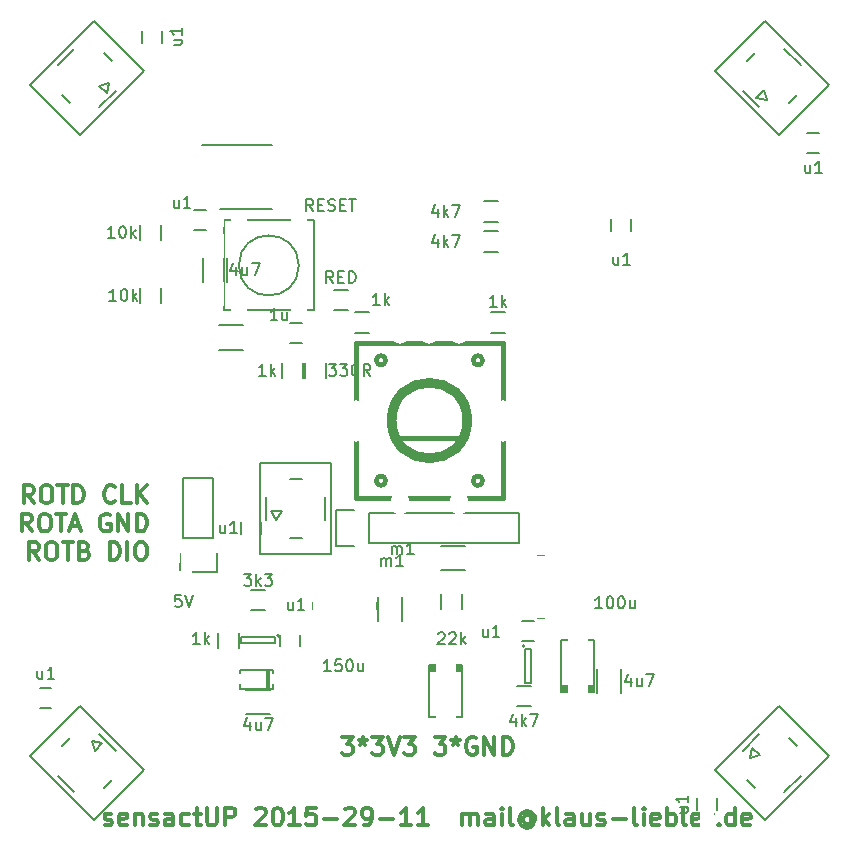
<source format=gto>
G04 #@! TF.FileFunction,Legend,Top*
%FSLAX46Y46*%
G04 Gerber Fmt 4.6, Leading zero omitted, Abs format (unit mm)*
G04 Created by KiCad (PCBNEW 4.0.0-stable) date 08.12.2015 15:00:05*
%MOMM*%
G01*
G04 APERTURE LIST*
%ADD10C,0.100000*%
%ADD11C,0.300000*%
%ADD12C,0.150000*%
%ADD13C,0.203200*%
%ADD14C,0.200000*%
%ADD15C,0.127000*%
%ADD16C,0.381000*%
%ADD17R,2.000000X1.700000*%
%ADD18R,2.032000X1.727200*%
%ADD19O,2.032000X1.727200*%
%ADD20R,1.250000X1.500000*%
%ADD21R,1.500000X1.250000*%
%ADD22R,1.300000X1.500000*%
%ADD23C,1.397000*%
%ADD24R,2.000000X1.600000*%
%ADD25R,1.400000X2.200000*%
%ADD26R,1.727200X1.727200*%
%ADD27O,1.727200X1.727200*%
%ADD28R,1.500000X1.300000*%
%ADD29C,1.600000*%
%ADD30R,1.600000X2.000000*%
%ADD31R,1.850900X0.850900*%
%ADD32R,2.000000X0.650000*%
%ADD33R,1.699260X2.800000*%
%ADD34R,1.501140X1.501140*%
%ADD35R,0.650000X1.500000*%
%ADD36R,5.200000X3.400000*%
%ADD37R,3.400000X5.200000*%
%ADD38R,2.032000X2.032000*%
%ADD39O,2.032000X2.032000*%
%ADD40O,1.501140X1.998980*%
%ADD41C,3.500120*%
%ADD42R,2.000000X0.350000*%
%ADD43R,2.235200X2.235200*%
%ADD44R,1.727200X2.032000*%
%ADD45O,1.727200X2.032000*%
G04 APERTURE END LIST*
D10*
D11*
X122502859Y-134211143D02*
X122645716Y-134282571D01*
X122931431Y-134282571D01*
X123074288Y-134211143D01*
X123145716Y-134068286D01*
X123145716Y-133996857D01*
X123074288Y-133854000D01*
X122931431Y-133782571D01*
X122717145Y-133782571D01*
X122574288Y-133711143D01*
X122502859Y-133568286D01*
X122502859Y-133496857D01*
X122574288Y-133354000D01*
X122717145Y-133282571D01*
X122931431Y-133282571D01*
X123074288Y-133354000D01*
X124360002Y-134211143D02*
X124217145Y-134282571D01*
X123931431Y-134282571D01*
X123788574Y-134211143D01*
X123717145Y-134068286D01*
X123717145Y-133496857D01*
X123788574Y-133354000D01*
X123931431Y-133282571D01*
X124217145Y-133282571D01*
X124360002Y-133354000D01*
X124431431Y-133496857D01*
X124431431Y-133639714D01*
X123717145Y-133782571D01*
X125074288Y-133282571D02*
X125074288Y-134282571D01*
X125074288Y-133425429D02*
X125145716Y-133354000D01*
X125288574Y-133282571D01*
X125502859Y-133282571D01*
X125645716Y-133354000D01*
X125717145Y-133496857D01*
X125717145Y-134282571D01*
X126360002Y-134211143D02*
X126502859Y-134282571D01*
X126788574Y-134282571D01*
X126931431Y-134211143D01*
X127002859Y-134068286D01*
X127002859Y-133996857D01*
X126931431Y-133854000D01*
X126788574Y-133782571D01*
X126574288Y-133782571D01*
X126431431Y-133711143D01*
X126360002Y-133568286D01*
X126360002Y-133496857D01*
X126431431Y-133354000D01*
X126574288Y-133282571D01*
X126788574Y-133282571D01*
X126931431Y-133354000D01*
X128288574Y-134282571D02*
X128288574Y-133496857D01*
X128217145Y-133354000D01*
X128074288Y-133282571D01*
X127788574Y-133282571D01*
X127645717Y-133354000D01*
X128288574Y-134211143D02*
X128145717Y-134282571D01*
X127788574Y-134282571D01*
X127645717Y-134211143D01*
X127574288Y-134068286D01*
X127574288Y-133925429D01*
X127645717Y-133782571D01*
X127788574Y-133711143D01*
X128145717Y-133711143D01*
X128288574Y-133639714D01*
X129645717Y-134211143D02*
X129502860Y-134282571D01*
X129217146Y-134282571D01*
X129074288Y-134211143D01*
X129002860Y-134139714D01*
X128931431Y-133996857D01*
X128931431Y-133568286D01*
X129002860Y-133425429D01*
X129074288Y-133354000D01*
X129217146Y-133282571D01*
X129502860Y-133282571D01*
X129645717Y-133354000D01*
X130074288Y-133282571D02*
X130645717Y-133282571D01*
X130288574Y-132782571D02*
X130288574Y-134068286D01*
X130360002Y-134211143D01*
X130502860Y-134282571D01*
X130645717Y-134282571D01*
X131145717Y-132782571D02*
X131145717Y-133996857D01*
X131217145Y-134139714D01*
X131288574Y-134211143D01*
X131431431Y-134282571D01*
X131717145Y-134282571D01*
X131860003Y-134211143D01*
X131931431Y-134139714D01*
X132002860Y-133996857D01*
X132002860Y-132782571D01*
X132717146Y-134282571D02*
X132717146Y-132782571D01*
X133288574Y-132782571D01*
X133431432Y-132854000D01*
X133502860Y-132925429D01*
X133574289Y-133068286D01*
X133574289Y-133282571D01*
X133502860Y-133425429D01*
X133431432Y-133496857D01*
X133288574Y-133568286D01*
X132717146Y-133568286D01*
X135288574Y-132925429D02*
X135360003Y-132854000D01*
X135502860Y-132782571D01*
X135860003Y-132782571D01*
X136002860Y-132854000D01*
X136074289Y-132925429D01*
X136145717Y-133068286D01*
X136145717Y-133211143D01*
X136074289Y-133425429D01*
X135217146Y-134282571D01*
X136145717Y-134282571D01*
X137074288Y-132782571D02*
X137217145Y-132782571D01*
X137360002Y-132854000D01*
X137431431Y-132925429D01*
X137502860Y-133068286D01*
X137574288Y-133354000D01*
X137574288Y-133711143D01*
X137502860Y-133996857D01*
X137431431Y-134139714D01*
X137360002Y-134211143D01*
X137217145Y-134282571D01*
X137074288Y-134282571D01*
X136931431Y-134211143D01*
X136860002Y-134139714D01*
X136788574Y-133996857D01*
X136717145Y-133711143D01*
X136717145Y-133354000D01*
X136788574Y-133068286D01*
X136860002Y-132925429D01*
X136931431Y-132854000D01*
X137074288Y-132782571D01*
X139002859Y-134282571D02*
X138145716Y-134282571D01*
X138574288Y-134282571D02*
X138574288Y-132782571D01*
X138431431Y-132996857D01*
X138288573Y-133139714D01*
X138145716Y-133211143D01*
X140360002Y-132782571D02*
X139645716Y-132782571D01*
X139574287Y-133496857D01*
X139645716Y-133425429D01*
X139788573Y-133354000D01*
X140145716Y-133354000D01*
X140288573Y-133425429D01*
X140360002Y-133496857D01*
X140431430Y-133639714D01*
X140431430Y-133996857D01*
X140360002Y-134139714D01*
X140288573Y-134211143D01*
X140145716Y-134282571D01*
X139788573Y-134282571D01*
X139645716Y-134211143D01*
X139574287Y-134139714D01*
X141074287Y-133711143D02*
X142217144Y-133711143D01*
X142860001Y-132925429D02*
X142931430Y-132854000D01*
X143074287Y-132782571D01*
X143431430Y-132782571D01*
X143574287Y-132854000D01*
X143645716Y-132925429D01*
X143717144Y-133068286D01*
X143717144Y-133211143D01*
X143645716Y-133425429D01*
X142788573Y-134282571D01*
X143717144Y-134282571D01*
X144431429Y-134282571D02*
X144717144Y-134282571D01*
X144860001Y-134211143D01*
X144931429Y-134139714D01*
X145074287Y-133925429D01*
X145145715Y-133639714D01*
X145145715Y-133068286D01*
X145074287Y-132925429D01*
X145002858Y-132854000D01*
X144860001Y-132782571D01*
X144574287Y-132782571D01*
X144431429Y-132854000D01*
X144360001Y-132925429D01*
X144288572Y-133068286D01*
X144288572Y-133425429D01*
X144360001Y-133568286D01*
X144431429Y-133639714D01*
X144574287Y-133711143D01*
X144860001Y-133711143D01*
X145002858Y-133639714D01*
X145074287Y-133568286D01*
X145145715Y-133425429D01*
X145788572Y-133711143D02*
X146931429Y-133711143D01*
X148431429Y-134282571D02*
X147574286Y-134282571D01*
X148002858Y-134282571D02*
X148002858Y-132782571D01*
X147860001Y-132996857D01*
X147717143Y-133139714D01*
X147574286Y-133211143D01*
X149860000Y-134282571D02*
X149002857Y-134282571D01*
X149431429Y-134282571D02*
X149431429Y-132782571D01*
X149288572Y-132996857D01*
X149145714Y-133139714D01*
X149002857Y-133211143D01*
X152788571Y-134282571D02*
X152788571Y-133282571D01*
X152788571Y-133425429D02*
X152859999Y-133354000D01*
X153002857Y-133282571D01*
X153217142Y-133282571D01*
X153359999Y-133354000D01*
X153431428Y-133496857D01*
X153431428Y-134282571D01*
X153431428Y-133496857D02*
X153502857Y-133354000D01*
X153645714Y-133282571D01*
X153859999Y-133282571D01*
X154002857Y-133354000D01*
X154074285Y-133496857D01*
X154074285Y-134282571D01*
X155431428Y-134282571D02*
X155431428Y-133496857D01*
X155359999Y-133354000D01*
X155217142Y-133282571D01*
X154931428Y-133282571D01*
X154788571Y-133354000D01*
X155431428Y-134211143D02*
X155288571Y-134282571D01*
X154931428Y-134282571D01*
X154788571Y-134211143D01*
X154717142Y-134068286D01*
X154717142Y-133925429D01*
X154788571Y-133782571D01*
X154931428Y-133711143D01*
X155288571Y-133711143D01*
X155431428Y-133639714D01*
X156145714Y-134282571D02*
X156145714Y-133282571D01*
X156145714Y-132782571D02*
X156074285Y-132854000D01*
X156145714Y-132925429D01*
X156217142Y-132854000D01*
X156145714Y-132782571D01*
X156145714Y-132925429D01*
X157074286Y-134282571D02*
X156931428Y-134211143D01*
X156860000Y-134068286D01*
X156860000Y-132782571D01*
X158574285Y-133568286D02*
X158502857Y-133496857D01*
X158360000Y-133425429D01*
X158217142Y-133425429D01*
X158074285Y-133496857D01*
X158002857Y-133568286D01*
X157931428Y-133711143D01*
X157931428Y-133854000D01*
X158002857Y-133996857D01*
X158074285Y-134068286D01*
X158217142Y-134139714D01*
X158360000Y-134139714D01*
X158502857Y-134068286D01*
X158574285Y-133996857D01*
X158574285Y-133425429D02*
X158574285Y-133996857D01*
X158645714Y-134068286D01*
X158717142Y-134068286D01*
X158860000Y-133996857D01*
X158931428Y-133854000D01*
X158931428Y-133496857D01*
X158788571Y-133282571D01*
X158574285Y-133139714D01*
X158288571Y-133068286D01*
X158002857Y-133139714D01*
X157788571Y-133282571D01*
X157645714Y-133496857D01*
X157574285Y-133782571D01*
X157645714Y-134068286D01*
X157788571Y-134282571D01*
X158002857Y-134425429D01*
X158288571Y-134496857D01*
X158574285Y-134425429D01*
X158788571Y-134282571D01*
X159574285Y-134282571D02*
X159574285Y-132782571D01*
X159717142Y-133711143D02*
X160145713Y-134282571D01*
X160145713Y-133282571D02*
X159574285Y-133854000D01*
X161002857Y-134282571D02*
X160859999Y-134211143D01*
X160788571Y-134068286D01*
X160788571Y-132782571D01*
X162217142Y-134282571D02*
X162217142Y-133496857D01*
X162145713Y-133354000D01*
X162002856Y-133282571D01*
X161717142Y-133282571D01*
X161574285Y-133354000D01*
X162217142Y-134211143D02*
X162074285Y-134282571D01*
X161717142Y-134282571D01*
X161574285Y-134211143D01*
X161502856Y-134068286D01*
X161502856Y-133925429D01*
X161574285Y-133782571D01*
X161717142Y-133711143D01*
X162074285Y-133711143D01*
X162217142Y-133639714D01*
X163574285Y-133282571D02*
X163574285Y-134282571D01*
X162931428Y-133282571D02*
X162931428Y-134068286D01*
X163002856Y-134211143D01*
X163145714Y-134282571D01*
X163359999Y-134282571D01*
X163502856Y-134211143D01*
X163574285Y-134139714D01*
X164217142Y-134211143D02*
X164359999Y-134282571D01*
X164645714Y-134282571D01*
X164788571Y-134211143D01*
X164859999Y-134068286D01*
X164859999Y-133996857D01*
X164788571Y-133854000D01*
X164645714Y-133782571D01*
X164431428Y-133782571D01*
X164288571Y-133711143D01*
X164217142Y-133568286D01*
X164217142Y-133496857D01*
X164288571Y-133354000D01*
X164431428Y-133282571D01*
X164645714Y-133282571D01*
X164788571Y-133354000D01*
X165502857Y-133711143D02*
X166645714Y-133711143D01*
X167574286Y-134282571D02*
X167431428Y-134211143D01*
X167360000Y-134068286D01*
X167360000Y-132782571D01*
X168145714Y-134282571D02*
X168145714Y-133282571D01*
X168145714Y-132782571D02*
X168074285Y-132854000D01*
X168145714Y-132925429D01*
X168217142Y-132854000D01*
X168145714Y-132782571D01*
X168145714Y-132925429D01*
X169431428Y-134211143D02*
X169288571Y-134282571D01*
X169002857Y-134282571D01*
X168860000Y-134211143D01*
X168788571Y-134068286D01*
X168788571Y-133496857D01*
X168860000Y-133354000D01*
X169002857Y-133282571D01*
X169288571Y-133282571D01*
X169431428Y-133354000D01*
X169502857Y-133496857D01*
X169502857Y-133639714D01*
X168788571Y-133782571D01*
X170145714Y-134282571D02*
X170145714Y-132782571D01*
X170145714Y-133354000D02*
X170288571Y-133282571D01*
X170574285Y-133282571D01*
X170717142Y-133354000D01*
X170788571Y-133425429D01*
X170860000Y-133568286D01*
X170860000Y-133996857D01*
X170788571Y-134139714D01*
X170717142Y-134211143D01*
X170574285Y-134282571D01*
X170288571Y-134282571D01*
X170145714Y-134211143D01*
X171717143Y-134282571D02*
X171574285Y-134211143D01*
X171502857Y-134068286D01*
X171502857Y-132782571D01*
X172859999Y-134211143D02*
X172717142Y-134282571D01*
X172431428Y-134282571D01*
X172288571Y-134211143D01*
X172217142Y-134068286D01*
X172217142Y-133496857D01*
X172288571Y-133354000D01*
X172431428Y-133282571D01*
X172717142Y-133282571D01*
X172859999Y-133354000D01*
X172931428Y-133496857D01*
X172931428Y-133639714D01*
X172217142Y-133782571D01*
X173574285Y-134282571D02*
X173574285Y-133282571D01*
X173574285Y-133568286D02*
X173645713Y-133425429D01*
X173717142Y-133354000D01*
X173859999Y-133282571D01*
X174002856Y-133282571D01*
X174502856Y-134139714D02*
X174574284Y-134211143D01*
X174502856Y-134282571D01*
X174431427Y-134211143D01*
X174502856Y-134139714D01*
X174502856Y-134282571D01*
X175859999Y-134282571D02*
X175859999Y-132782571D01*
X175859999Y-134211143D02*
X175717142Y-134282571D01*
X175431428Y-134282571D01*
X175288570Y-134211143D01*
X175217142Y-134139714D01*
X175145713Y-133996857D01*
X175145713Y-133568286D01*
X175217142Y-133425429D01*
X175288570Y-133354000D01*
X175431428Y-133282571D01*
X175717142Y-133282571D01*
X175859999Y-133354000D01*
X177145713Y-134211143D02*
X177002856Y-134282571D01*
X176717142Y-134282571D01*
X176574285Y-134211143D01*
X176502856Y-134068286D01*
X176502856Y-133496857D01*
X176574285Y-133354000D01*
X176717142Y-133282571D01*
X177002856Y-133282571D01*
X177145713Y-133354000D01*
X177217142Y-133496857D01*
X177217142Y-133639714D01*
X176502856Y-133782571D01*
X142574287Y-126813571D02*
X143502858Y-126813571D01*
X143002858Y-127385000D01*
X143217144Y-127385000D01*
X143360001Y-127456429D01*
X143431430Y-127527857D01*
X143502858Y-127670714D01*
X143502858Y-128027857D01*
X143431430Y-128170714D01*
X143360001Y-128242143D01*
X143217144Y-128313571D01*
X142788572Y-128313571D01*
X142645715Y-128242143D01*
X142574287Y-128170714D01*
X144360001Y-126813571D02*
X144360001Y-127170714D01*
X144002858Y-127027857D02*
X144360001Y-127170714D01*
X144717143Y-127027857D01*
X144145715Y-127456429D02*
X144360001Y-127170714D01*
X144574286Y-127456429D01*
X145145715Y-126813571D02*
X146074286Y-126813571D01*
X145574286Y-127385000D01*
X145788572Y-127385000D01*
X145931429Y-127456429D01*
X146002858Y-127527857D01*
X146074286Y-127670714D01*
X146074286Y-128027857D01*
X146002858Y-128170714D01*
X145931429Y-128242143D01*
X145788572Y-128313571D01*
X145360000Y-128313571D01*
X145217143Y-128242143D01*
X145145715Y-128170714D01*
X146502857Y-126813571D02*
X147002857Y-128313571D01*
X147502857Y-126813571D01*
X147860000Y-126813571D02*
X148788571Y-126813571D01*
X148288571Y-127385000D01*
X148502857Y-127385000D01*
X148645714Y-127456429D01*
X148717143Y-127527857D01*
X148788571Y-127670714D01*
X148788571Y-128027857D01*
X148717143Y-128170714D01*
X148645714Y-128242143D01*
X148502857Y-128313571D01*
X148074285Y-128313571D01*
X147931428Y-128242143D01*
X147860000Y-128170714D01*
X150431428Y-126813571D02*
X151359999Y-126813571D01*
X150859999Y-127385000D01*
X151074285Y-127385000D01*
X151217142Y-127456429D01*
X151288571Y-127527857D01*
X151359999Y-127670714D01*
X151359999Y-128027857D01*
X151288571Y-128170714D01*
X151217142Y-128242143D01*
X151074285Y-128313571D01*
X150645713Y-128313571D01*
X150502856Y-128242143D01*
X150431428Y-128170714D01*
X152217142Y-126813571D02*
X152217142Y-127170714D01*
X151859999Y-127027857D02*
X152217142Y-127170714D01*
X152574284Y-127027857D01*
X152002856Y-127456429D02*
X152217142Y-127170714D01*
X152431427Y-127456429D01*
X153931427Y-126885000D02*
X153788570Y-126813571D01*
X153574284Y-126813571D01*
X153359999Y-126885000D01*
X153217141Y-127027857D01*
X153145713Y-127170714D01*
X153074284Y-127456429D01*
X153074284Y-127670714D01*
X153145713Y-127956429D01*
X153217141Y-128099286D01*
X153359999Y-128242143D01*
X153574284Y-128313571D01*
X153717141Y-128313571D01*
X153931427Y-128242143D01*
X154002856Y-128170714D01*
X154002856Y-127670714D01*
X153717141Y-127670714D01*
X154645713Y-128313571D02*
X154645713Y-126813571D01*
X155502856Y-128313571D01*
X155502856Y-126813571D01*
X156217142Y-128313571D02*
X156217142Y-126813571D01*
X156574285Y-126813571D01*
X156788570Y-126885000D01*
X156931428Y-127027857D01*
X157002856Y-127170714D01*
X157074285Y-127456429D01*
X157074285Y-127670714D01*
X157002856Y-127956429D01*
X156931428Y-128099286D01*
X156788570Y-128242143D01*
X156574285Y-128313571D01*
X156217142Y-128313571D01*
X116507857Y-106990571D02*
X116007857Y-106276286D01*
X115650714Y-106990571D02*
X115650714Y-105490571D01*
X116222142Y-105490571D01*
X116365000Y-105562000D01*
X116436428Y-105633429D01*
X116507857Y-105776286D01*
X116507857Y-105990571D01*
X116436428Y-106133429D01*
X116365000Y-106204857D01*
X116222142Y-106276286D01*
X115650714Y-106276286D01*
X117436428Y-105490571D02*
X117722142Y-105490571D01*
X117865000Y-105562000D01*
X118007857Y-105704857D01*
X118079285Y-105990571D01*
X118079285Y-106490571D01*
X118007857Y-106776286D01*
X117865000Y-106919143D01*
X117722142Y-106990571D01*
X117436428Y-106990571D01*
X117293571Y-106919143D01*
X117150714Y-106776286D01*
X117079285Y-106490571D01*
X117079285Y-105990571D01*
X117150714Y-105704857D01*
X117293571Y-105562000D01*
X117436428Y-105490571D01*
X118507857Y-105490571D02*
X119365000Y-105490571D01*
X118936429Y-106990571D02*
X118936429Y-105490571D01*
X119865000Y-106990571D02*
X119865000Y-105490571D01*
X120222143Y-105490571D01*
X120436428Y-105562000D01*
X120579286Y-105704857D01*
X120650714Y-105847714D01*
X120722143Y-106133429D01*
X120722143Y-106347714D01*
X120650714Y-106633429D01*
X120579286Y-106776286D01*
X120436428Y-106919143D01*
X120222143Y-106990571D01*
X119865000Y-106990571D01*
X123365000Y-106847714D02*
X123293571Y-106919143D01*
X123079285Y-106990571D01*
X122936428Y-106990571D01*
X122722143Y-106919143D01*
X122579285Y-106776286D01*
X122507857Y-106633429D01*
X122436428Y-106347714D01*
X122436428Y-106133429D01*
X122507857Y-105847714D01*
X122579285Y-105704857D01*
X122722143Y-105562000D01*
X122936428Y-105490571D01*
X123079285Y-105490571D01*
X123293571Y-105562000D01*
X123365000Y-105633429D01*
X124722143Y-106990571D02*
X124007857Y-106990571D01*
X124007857Y-105490571D01*
X125222143Y-106990571D02*
X125222143Y-105490571D01*
X126079286Y-106990571D02*
X125436429Y-106133429D01*
X126079286Y-105490571D02*
X125222143Y-106347714D01*
X116365000Y-109390571D02*
X115865000Y-108676286D01*
X115507857Y-109390571D02*
X115507857Y-107890571D01*
X116079285Y-107890571D01*
X116222143Y-107962000D01*
X116293571Y-108033429D01*
X116365000Y-108176286D01*
X116365000Y-108390571D01*
X116293571Y-108533429D01*
X116222143Y-108604857D01*
X116079285Y-108676286D01*
X115507857Y-108676286D01*
X117293571Y-107890571D02*
X117579285Y-107890571D01*
X117722143Y-107962000D01*
X117865000Y-108104857D01*
X117936428Y-108390571D01*
X117936428Y-108890571D01*
X117865000Y-109176286D01*
X117722143Y-109319143D01*
X117579285Y-109390571D01*
X117293571Y-109390571D01*
X117150714Y-109319143D01*
X117007857Y-109176286D01*
X116936428Y-108890571D01*
X116936428Y-108390571D01*
X117007857Y-108104857D01*
X117150714Y-107962000D01*
X117293571Y-107890571D01*
X118365000Y-107890571D02*
X119222143Y-107890571D01*
X118793572Y-109390571D02*
X118793572Y-107890571D01*
X119650714Y-108962000D02*
X120365000Y-108962000D01*
X119507857Y-109390571D02*
X120007857Y-107890571D01*
X120507857Y-109390571D01*
X122936428Y-107962000D02*
X122793571Y-107890571D01*
X122579285Y-107890571D01*
X122365000Y-107962000D01*
X122222142Y-108104857D01*
X122150714Y-108247714D01*
X122079285Y-108533429D01*
X122079285Y-108747714D01*
X122150714Y-109033429D01*
X122222142Y-109176286D01*
X122365000Y-109319143D01*
X122579285Y-109390571D01*
X122722142Y-109390571D01*
X122936428Y-109319143D01*
X123007857Y-109247714D01*
X123007857Y-108747714D01*
X122722142Y-108747714D01*
X123650714Y-109390571D02*
X123650714Y-107890571D01*
X124507857Y-109390571D01*
X124507857Y-107890571D01*
X125222143Y-109390571D02*
X125222143Y-107890571D01*
X125579286Y-107890571D01*
X125793571Y-107962000D01*
X125936429Y-108104857D01*
X126007857Y-108247714D01*
X126079286Y-108533429D01*
X126079286Y-108747714D01*
X126007857Y-109033429D01*
X125936429Y-109176286D01*
X125793571Y-109319143D01*
X125579286Y-109390571D01*
X125222143Y-109390571D01*
X116936428Y-111790571D02*
X116436428Y-111076286D01*
X116079285Y-111790571D02*
X116079285Y-110290571D01*
X116650713Y-110290571D01*
X116793571Y-110362000D01*
X116864999Y-110433429D01*
X116936428Y-110576286D01*
X116936428Y-110790571D01*
X116864999Y-110933429D01*
X116793571Y-111004857D01*
X116650713Y-111076286D01*
X116079285Y-111076286D01*
X117864999Y-110290571D02*
X118150713Y-110290571D01*
X118293571Y-110362000D01*
X118436428Y-110504857D01*
X118507856Y-110790571D01*
X118507856Y-111290571D01*
X118436428Y-111576286D01*
X118293571Y-111719143D01*
X118150713Y-111790571D01*
X117864999Y-111790571D01*
X117722142Y-111719143D01*
X117579285Y-111576286D01*
X117507856Y-111290571D01*
X117507856Y-110790571D01*
X117579285Y-110504857D01*
X117722142Y-110362000D01*
X117864999Y-110290571D01*
X118936428Y-110290571D02*
X119793571Y-110290571D01*
X119365000Y-111790571D02*
X119365000Y-110290571D01*
X120793571Y-111004857D02*
X121007857Y-111076286D01*
X121079285Y-111147714D01*
X121150714Y-111290571D01*
X121150714Y-111504857D01*
X121079285Y-111647714D01*
X121007857Y-111719143D01*
X120864999Y-111790571D01*
X120293571Y-111790571D01*
X120293571Y-110290571D01*
X120793571Y-110290571D01*
X120936428Y-110362000D01*
X121007857Y-110433429D01*
X121079285Y-110576286D01*
X121079285Y-110719143D01*
X121007857Y-110862000D01*
X120936428Y-110933429D01*
X120793571Y-111004857D01*
X120293571Y-111004857D01*
X122936428Y-111790571D02*
X122936428Y-110290571D01*
X123293571Y-110290571D01*
X123507856Y-110362000D01*
X123650714Y-110504857D01*
X123722142Y-110647714D01*
X123793571Y-110933429D01*
X123793571Y-111147714D01*
X123722142Y-111433429D01*
X123650714Y-111576286D01*
X123507856Y-111719143D01*
X123293571Y-111790571D01*
X122936428Y-111790571D01*
X124436428Y-111790571D02*
X124436428Y-110290571D01*
X125436428Y-110290571D02*
X125722142Y-110290571D01*
X125865000Y-110362000D01*
X126007857Y-110504857D01*
X126079285Y-110790571D01*
X126079285Y-111290571D01*
X126007857Y-111576286D01*
X125865000Y-111719143D01*
X125722142Y-111790571D01*
X125436428Y-111790571D01*
X125293571Y-111719143D01*
X125150714Y-111576286D01*
X125079285Y-111290571D01*
X125079285Y-110790571D01*
X125150714Y-110504857D01*
X125293571Y-110362000D01*
X125436428Y-110290571D01*
D12*
X134223000Y-94039000D02*
X132223000Y-94039000D01*
X132223000Y-91889000D02*
X134223000Y-91889000D01*
X131699000Y-109982000D02*
X131699000Y-104902000D01*
X131699000Y-104902000D02*
X129159000Y-104902000D01*
X129159000Y-104902000D02*
X129159000Y-109982000D01*
X128879000Y-112802000D02*
X128879000Y-111252000D01*
X129159000Y-109982000D02*
X131699000Y-109982000D01*
X131979000Y-111252000D02*
X131979000Y-112802000D01*
X131979000Y-112802000D02*
X128879000Y-112802000D01*
X167093000Y-83939000D02*
X167093000Y-82939000D01*
X165393000Y-82939000D02*
X165393000Y-83939000D01*
X183000000Y-75650000D02*
X182000000Y-75650000D01*
X182000000Y-77350000D02*
X183000000Y-77350000D01*
X174350000Y-133000000D02*
X174350000Y-132000000D01*
X172650000Y-132000000D02*
X172650000Y-133000000D01*
X127240000Y-83474000D02*
X127240000Y-84674000D01*
X125490000Y-84674000D02*
X125490000Y-83474000D01*
X138938000Y-86868000D02*
G75*
G03X138938000Y-86868000I-2540000J0D01*
G01*
X140208000Y-83058000D02*
X140208000Y-90678000D01*
X140208000Y-90678000D02*
X132588000Y-90678000D01*
X132588000Y-90678000D02*
X132588000Y-83058000D01*
X140208000Y-83058000D02*
X132588000Y-83058000D01*
X139184000Y-91733000D02*
X138184000Y-91733000D01*
X138184000Y-93433000D02*
X139184000Y-93433000D01*
X130056000Y-83908000D02*
X131056000Y-83908000D01*
X131056000Y-82208000D02*
X130056000Y-82208000D01*
X134509000Y-124850000D02*
X136509000Y-124850000D01*
X136509000Y-122800000D02*
X134509000Y-122800000D01*
X125650000Y-67000000D02*
X125650000Y-68000000D01*
X127350000Y-68000000D02*
X127350000Y-67000000D01*
X134024000Y-108593000D02*
X134024000Y-109593000D01*
X135724000Y-109593000D02*
X135724000Y-108593000D01*
X117000000Y-124350000D02*
X118000000Y-124350000D01*
X118000000Y-122650000D02*
X117000000Y-122650000D01*
D13*
X137034000Y-108442000D02*
X137484000Y-107692000D01*
X137484000Y-107692000D02*
X136584000Y-107692000D01*
X136584000Y-107692000D02*
X137034000Y-108442000D01*
X141184000Y-108442000D02*
X141184000Y-106442000D01*
X139184000Y-104942000D02*
X138184000Y-104942000D01*
X136184000Y-108442000D02*
X136184000Y-106442000D01*
X139184000Y-109942000D02*
X138184000Y-109942000D01*
D14*
X141684000Y-103592000D02*
X141684000Y-111292000D01*
X135684000Y-103592000D02*
X141684000Y-103592000D01*
X141684000Y-111292000D02*
X135684000Y-111292000D01*
X135684000Y-111292000D02*
X135684000Y-103592000D01*
D13*
X121459619Y-127126167D02*
X121671751Y-127974695D01*
X121671751Y-127974695D02*
X122308148Y-127338299D01*
X122308148Y-127338299D02*
X121459619Y-127126167D01*
X118525126Y-130060660D02*
X119939340Y-131474874D01*
X122414214Y-131121320D02*
X123121320Y-130414214D01*
X122060660Y-126525126D02*
X123474874Y-127939340D01*
X118878680Y-127585786D02*
X119585786Y-126878680D01*
D14*
X121601041Y-133843681D02*
X116156319Y-128398959D01*
X125843681Y-129601041D02*
X121601041Y-133843681D01*
X116156319Y-128398959D02*
X120398959Y-124156319D01*
X120398959Y-124156319D02*
X125843681Y-129601041D01*
D13*
X122873833Y-71459619D02*
X122025305Y-71671751D01*
X122025305Y-71671751D02*
X122661701Y-72308148D01*
X122661701Y-72308148D02*
X122873833Y-71459619D01*
X119939340Y-68525126D02*
X118525126Y-69939340D01*
X118878680Y-72414214D02*
X119585786Y-73121320D01*
X123474874Y-72060660D02*
X122060660Y-73474874D01*
X122414214Y-68878680D02*
X123121320Y-69585786D01*
D14*
X116156319Y-71601041D02*
X121601041Y-66156319D01*
X120398959Y-75843681D02*
X116156319Y-71601041D01*
X121601041Y-66156319D02*
X125843681Y-70398959D01*
X125843681Y-70398959D02*
X120398959Y-75843681D01*
D13*
X178540381Y-72873833D02*
X178328249Y-72025305D01*
X178328249Y-72025305D02*
X177691852Y-72661701D01*
X177691852Y-72661701D02*
X178540381Y-72873833D01*
X181474874Y-69939340D02*
X180060660Y-68525126D01*
X177585786Y-68878680D02*
X176878680Y-69585786D01*
X177939340Y-73474874D02*
X176525126Y-72060660D01*
X181121320Y-72414214D02*
X180414214Y-73121320D01*
D14*
X178398959Y-66156319D02*
X183843681Y-71601041D01*
X174156319Y-70398959D02*
X178398959Y-66156319D01*
X183843681Y-71601041D02*
X179601041Y-75843681D01*
X179601041Y-75843681D02*
X174156319Y-70398959D01*
D13*
X177126167Y-128540381D02*
X177974695Y-128328249D01*
X177974695Y-128328249D02*
X177338299Y-127691852D01*
X177338299Y-127691852D02*
X177126167Y-128540381D01*
X180060660Y-131474874D02*
X181474874Y-130060660D01*
X181121320Y-127585786D02*
X180414214Y-126878680D01*
X176525126Y-127939340D02*
X177939340Y-126525126D01*
X177585786Y-131121320D02*
X176878680Y-130414214D01*
D14*
X183843681Y-128398959D02*
X178398959Y-133843681D01*
X179601041Y-124156319D02*
X183843681Y-128398959D01*
X178398959Y-133843681D02*
X174156319Y-129601041D01*
X174156319Y-129601041D02*
X179601041Y-124156319D01*
D12*
X127240000Y-88808000D02*
X127240000Y-90008000D01*
X125490000Y-90008000D02*
X125490000Y-88808000D01*
X144872000Y-92569000D02*
X143672000Y-92569000D01*
X143672000Y-90819000D02*
X144872000Y-90819000D01*
X155229000Y-90819000D02*
X156429000Y-90819000D01*
X156429000Y-92569000D02*
X155229000Y-92569000D01*
X137326000Y-118118000D02*
X137326000Y-119118000D01*
X139026000Y-119118000D02*
X139026000Y-118118000D01*
X155794000Y-83171000D02*
X154594000Y-83171000D01*
X154594000Y-81421000D02*
X155794000Y-81421000D01*
X143094000Y-90664000D02*
X141894000Y-90664000D01*
X141894000Y-88914000D02*
X143094000Y-88914000D01*
X139460000Y-96358000D02*
X139460000Y-95158000D01*
X141210000Y-95158000D02*
X141210000Y-96358000D01*
X147710000Y-116951000D02*
X147710000Y-114951000D01*
X145660000Y-114951000D02*
X145660000Y-116951000D01*
X130801000Y-86249000D02*
X130801000Y-88249000D01*
X132851000Y-88249000D02*
X132851000Y-86249000D01*
D15*
X136281160Y-122720100D02*
X136281160Y-121119900D01*
X136382760Y-121119900D02*
X136382760Y-122720100D01*
X133982460Y-121119900D02*
X136781540Y-121119900D01*
X136781540Y-121119900D02*
X136781540Y-122720100D01*
X136781540Y-122720100D02*
X133982460Y-122720100D01*
X133982460Y-122720100D02*
X133982460Y-121119900D01*
D12*
X151017000Y-115916000D02*
X151017000Y-114716000D01*
X152767000Y-114716000D02*
X152767000Y-115916000D01*
X158588000Y-124192000D02*
X157388000Y-124192000D01*
X157388000Y-122442000D02*
X158588000Y-122442000D01*
X134909000Y-114314000D02*
X136109000Y-114314000D01*
X136109000Y-116064000D02*
X134909000Y-116064000D01*
X132094000Y-119218000D02*
X132094000Y-118018000D01*
X133844000Y-118018000D02*
X133844000Y-119218000D01*
X158069000Y-119077000D02*
G75*
G03X158069000Y-119077000I-100000J0D01*
G01*
X158619000Y-119327000D02*
X158119000Y-119327000D01*
X158619000Y-122227000D02*
X158619000Y-119327000D01*
X158119000Y-122227000D02*
X158619000Y-122227000D01*
X158119000Y-119327000D02*
X158119000Y-122227000D01*
X166252000Y-123047000D02*
X166252000Y-121047000D01*
X164202000Y-121047000D02*
X164202000Y-123047000D01*
X151019000Y-112658000D02*
X153019000Y-112658000D01*
X153019000Y-110608000D02*
X151019000Y-110608000D01*
D15*
X161160460Y-122877580D02*
X163959540Y-122877580D01*
X163959540Y-122775980D02*
X161160460Y-122775980D01*
X161160460Y-122676920D02*
X163959540Y-122676920D01*
X163959540Y-122577860D02*
X161160460Y-122577860D01*
X163959540Y-122476260D02*
X161160460Y-122476260D01*
X163959540Y-122976640D02*
X163959540Y-118577360D01*
X163959540Y-118577360D02*
X161160460Y-118577360D01*
X161160460Y-118577360D02*
X161160460Y-122976640D01*
X161160460Y-122976640D02*
X163959540Y-122976640D01*
D12*
X157869000Y-118706000D02*
X158869000Y-118706000D01*
X158869000Y-117006000D02*
X157869000Y-117006000D01*
D15*
X152783540Y-120835420D02*
X149984460Y-120835420D01*
X149984460Y-120937020D02*
X152783540Y-120937020D01*
X152783540Y-121036080D02*
X149984460Y-121036080D01*
X149984460Y-121135140D02*
X152783540Y-121135140D01*
X149984460Y-121236740D02*
X152783540Y-121236740D01*
X149984460Y-120736360D02*
X149984460Y-125135640D01*
X149984460Y-125135640D02*
X152783540Y-125135640D01*
X152783540Y-125135640D02*
X152783540Y-120736360D01*
X152783540Y-120736360D02*
X149984460Y-120736360D01*
D12*
X137309000Y-118218000D02*
G75*
G03X137309000Y-118218000I-100000J0D01*
G01*
X136959000Y-118868000D02*
X136959000Y-118368000D01*
X134059000Y-118868000D02*
X136959000Y-118868000D01*
X134059000Y-118368000D02*
X134059000Y-118868000D01*
X136959000Y-118368000D02*
X134059000Y-118368000D01*
D10*
X145448000Y-115997000D02*
X145448000Y-115397000D01*
X140048000Y-115997000D02*
X140048000Y-115397000D01*
X159685000Y-111346000D02*
X159085000Y-111346000D01*
X159685000Y-116746000D02*
X159085000Y-116746000D01*
D12*
X155794000Y-85711000D02*
X154594000Y-85711000D01*
X154594000Y-83961000D02*
X155794000Y-83961000D01*
D16*
X146301760Y-94899680D02*
G75*
G03X146301760Y-94899680I-401320J0D01*
G01*
X154500880Y-94899680D02*
G75*
G03X154500880Y-94899680I-401320J0D01*
G01*
X146299220Y-105100320D02*
G75*
G03X146299220Y-105100320I-398780J0D01*
G01*
X154500880Y-105100320D02*
G75*
G03X154500880Y-105100320I-401320J0D01*
G01*
X152600960Y-101501140D02*
X147399040Y-101501140D01*
X152999740Y-100000000D02*
G75*
G03X152999740Y-100000000I-2999740J0D01*
G01*
X153401060Y-100000000D02*
G75*
G03X153401060Y-100000000I-3401060J0D01*
G01*
X156200140Y-93401080D02*
X143799860Y-93401080D01*
X143799860Y-93401080D02*
X143799860Y-106598920D01*
X143799860Y-106598920D02*
X156200140Y-106598920D01*
X156200140Y-106598920D02*
X156200140Y-93401080D01*
D12*
X132293000Y-82100000D02*
X136693000Y-82100000D01*
X130718000Y-76650000D02*
X136693000Y-76650000D01*
X144907000Y-107823000D02*
X157607000Y-107823000D01*
X157607000Y-107823000D02*
X157607000Y-110363000D01*
X157607000Y-110363000D02*
X144907000Y-110363000D01*
X142087000Y-107543000D02*
X143637000Y-107543000D01*
X144907000Y-107823000D02*
X144907000Y-110363000D01*
X143637000Y-110643000D02*
X142087000Y-110643000D01*
X142087000Y-110643000D02*
X142087000Y-107543000D01*
X139305000Y-95158000D02*
X139305000Y-96358000D01*
X137555000Y-96358000D02*
X137555000Y-95158000D01*
X165981096Y-86145714D02*
X165981096Y-86812381D01*
X165552524Y-86145714D02*
X165552524Y-86669524D01*
X165600143Y-86764762D01*
X165695381Y-86812381D01*
X165838239Y-86812381D01*
X165933477Y-86764762D01*
X165981096Y-86717143D01*
X166981096Y-86812381D02*
X166409667Y-86812381D01*
X166695381Y-86812381D02*
X166695381Y-85812381D01*
X166600143Y-85955238D01*
X166504905Y-86050476D01*
X166409667Y-86098095D01*
X182238096Y-78385714D02*
X182238096Y-79052381D01*
X181809524Y-78385714D02*
X181809524Y-78909524D01*
X181857143Y-79004762D01*
X181952381Y-79052381D01*
X182095239Y-79052381D01*
X182190477Y-79004762D01*
X182238096Y-78957143D01*
X183238096Y-79052381D02*
X182666667Y-79052381D01*
X182952381Y-79052381D02*
X182952381Y-78052381D01*
X182857143Y-78195238D01*
X182761905Y-78290476D01*
X182666667Y-78338095D01*
X171185714Y-132761904D02*
X171852381Y-132761904D01*
X171185714Y-133190476D02*
X171709524Y-133190476D01*
X171804762Y-133142857D01*
X171852381Y-133047619D01*
X171852381Y-132904761D01*
X171804762Y-132809523D01*
X171757143Y-132761904D01*
X171852381Y-131761904D02*
X171852381Y-132333333D01*
X171852381Y-132047619D02*
X170852381Y-132047619D01*
X170995238Y-132142857D01*
X171090476Y-132238095D01*
X171138095Y-132333333D01*
X123356762Y-84526381D02*
X122785333Y-84526381D01*
X123071047Y-84526381D02*
X123071047Y-83526381D01*
X122975809Y-83669238D01*
X122880571Y-83764476D01*
X122785333Y-83812095D01*
X123975809Y-83526381D02*
X124071048Y-83526381D01*
X124166286Y-83574000D01*
X124213905Y-83621619D01*
X124261524Y-83716857D01*
X124309143Y-83907333D01*
X124309143Y-84145429D01*
X124261524Y-84335905D01*
X124213905Y-84431143D01*
X124166286Y-84478762D01*
X124071048Y-84526381D01*
X123975809Y-84526381D01*
X123880571Y-84478762D01*
X123832952Y-84431143D01*
X123785333Y-84335905D01*
X123737714Y-84145429D01*
X123737714Y-83907333D01*
X123785333Y-83716857D01*
X123832952Y-83621619D01*
X123880571Y-83574000D01*
X123975809Y-83526381D01*
X124737714Y-84526381D02*
X124737714Y-83526381D01*
X124832952Y-84145429D02*
X125118667Y-84526381D01*
X125118667Y-83859714D02*
X124737714Y-84240667D01*
X140152619Y-82240381D02*
X139819285Y-81764190D01*
X139581190Y-82240381D02*
X139581190Y-81240381D01*
X139962143Y-81240381D01*
X140057381Y-81288000D01*
X140105000Y-81335619D01*
X140152619Y-81430857D01*
X140152619Y-81573714D01*
X140105000Y-81668952D01*
X140057381Y-81716571D01*
X139962143Y-81764190D01*
X139581190Y-81764190D01*
X140581190Y-81716571D02*
X140914524Y-81716571D01*
X141057381Y-82240381D02*
X140581190Y-82240381D01*
X140581190Y-81240381D01*
X141057381Y-81240381D01*
X141438333Y-82192762D02*
X141581190Y-82240381D01*
X141819286Y-82240381D01*
X141914524Y-82192762D01*
X141962143Y-82145143D01*
X142009762Y-82049905D01*
X142009762Y-81954667D01*
X141962143Y-81859429D01*
X141914524Y-81811810D01*
X141819286Y-81764190D01*
X141628809Y-81716571D01*
X141533571Y-81668952D01*
X141485952Y-81621333D01*
X141438333Y-81526095D01*
X141438333Y-81430857D01*
X141485952Y-81335619D01*
X141533571Y-81288000D01*
X141628809Y-81240381D01*
X141866905Y-81240381D01*
X142009762Y-81288000D01*
X142438333Y-81716571D02*
X142771667Y-81716571D01*
X142914524Y-82240381D02*
X142438333Y-82240381D01*
X142438333Y-81240381D01*
X142914524Y-81240381D01*
X143200238Y-81240381D02*
X143771667Y-81240381D01*
X143485952Y-82240381D02*
X143485952Y-81240381D01*
X137120334Y-91511381D02*
X136548905Y-91511381D01*
X136834619Y-91511381D02*
X136834619Y-90511381D01*
X136739381Y-90654238D01*
X136644143Y-90749476D01*
X136548905Y-90797095D01*
X137977477Y-90844714D02*
X137977477Y-91511381D01*
X137548905Y-90844714D02*
X137548905Y-91368524D01*
X137596524Y-91463762D01*
X137691762Y-91511381D01*
X137834620Y-91511381D01*
X137929858Y-91463762D01*
X137977477Y-91416143D01*
X128770096Y-81319714D02*
X128770096Y-81986381D01*
X128341524Y-81319714D02*
X128341524Y-81843524D01*
X128389143Y-81938762D01*
X128484381Y-81986381D01*
X128627239Y-81986381D01*
X128722477Y-81938762D01*
X128770096Y-81891143D01*
X129770096Y-81986381D02*
X129198667Y-81986381D01*
X129484381Y-81986381D02*
X129484381Y-80986381D01*
X129389143Y-81129238D01*
X129293905Y-81224476D01*
X129198667Y-81272095D01*
X134770905Y-125515714D02*
X134770905Y-126182381D01*
X134532809Y-125134762D02*
X134294714Y-125849048D01*
X134913762Y-125849048D01*
X135723286Y-125515714D02*
X135723286Y-126182381D01*
X135294714Y-125515714D02*
X135294714Y-126039524D01*
X135342333Y-126134762D01*
X135437571Y-126182381D01*
X135580429Y-126182381D01*
X135675667Y-126134762D01*
X135723286Y-126087143D01*
X136104238Y-125182381D02*
X136770905Y-125182381D01*
X136342333Y-126182381D01*
X128385714Y-67761904D02*
X129052381Y-67761904D01*
X128385714Y-68190476D02*
X128909524Y-68190476D01*
X129004762Y-68142857D01*
X129052381Y-68047619D01*
X129052381Y-67904761D01*
X129004762Y-67809523D01*
X128957143Y-67761904D01*
X129052381Y-66761904D02*
X129052381Y-67333333D01*
X129052381Y-67047619D02*
X128052381Y-67047619D01*
X128195238Y-67142857D01*
X128290476Y-67238095D01*
X128338095Y-67333333D01*
X132707096Y-108878714D02*
X132707096Y-109545381D01*
X132278524Y-108878714D02*
X132278524Y-109402524D01*
X132326143Y-109497762D01*
X132421381Y-109545381D01*
X132564239Y-109545381D01*
X132659477Y-109497762D01*
X132707096Y-109450143D01*
X133707096Y-109545381D02*
X133135667Y-109545381D01*
X133421381Y-109545381D02*
X133421381Y-108545381D01*
X133326143Y-108688238D01*
X133230905Y-108783476D01*
X133135667Y-108831095D01*
X117238096Y-121185714D02*
X117238096Y-121852381D01*
X116809524Y-121185714D02*
X116809524Y-121709524D01*
X116857143Y-121804762D01*
X116952381Y-121852381D01*
X117095239Y-121852381D01*
X117190477Y-121804762D01*
X117238096Y-121757143D01*
X118238096Y-121852381D02*
X117666667Y-121852381D01*
X117952381Y-121852381D02*
X117952381Y-120852381D01*
X117857143Y-120995238D01*
X117761905Y-121090476D01*
X117666667Y-121138095D01*
X123483762Y-89860381D02*
X122912333Y-89860381D01*
X123198047Y-89860381D02*
X123198047Y-88860381D01*
X123102809Y-89003238D01*
X123007571Y-89098476D01*
X122912333Y-89146095D01*
X124102809Y-88860381D02*
X124198048Y-88860381D01*
X124293286Y-88908000D01*
X124340905Y-88955619D01*
X124388524Y-89050857D01*
X124436143Y-89241333D01*
X124436143Y-89479429D01*
X124388524Y-89669905D01*
X124340905Y-89765143D01*
X124293286Y-89812762D01*
X124198048Y-89860381D01*
X124102809Y-89860381D01*
X124007571Y-89812762D01*
X123959952Y-89765143D01*
X123912333Y-89669905D01*
X123864714Y-89479429D01*
X123864714Y-89241333D01*
X123912333Y-89050857D01*
X123959952Y-88955619D01*
X124007571Y-88908000D01*
X124102809Y-88860381D01*
X124864714Y-89860381D02*
X124864714Y-88860381D01*
X124959952Y-89479429D02*
X125245667Y-89860381D01*
X125245667Y-89193714D02*
X124864714Y-89574667D01*
X145803953Y-90241381D02*
X145232524Y-90241381D01*
X145518238Y-90241381D02*
X145518238Y-89241381D01*
X145423000Y-89384238D01*
X145327762Y-89479476D01*
X145232524Y-89527095D01*
X146232524Y-90241381D02*
X146232524Y-89241381D01*
X146327762Y-89860429D02*
X146613477Y-90241381D01*
X146613477Y-89574714D02*
X146232524Y-89955667D01*
X155709953Y-90368381D02*
X155138524Y-90368381D01*
X155424238Y-90368381D02*
X155424238Y-89368381D01*
X155329000Y-89511238D01*
X155233762Y-89606476D01*
X155138524Y-89654095D01*
X156138524Y-90368381D02*
X156138524Y-89368381D01*
X156233762Y-89987429D02*
X156519477Y-90368381D01*
X156519477Y-89701714D02*
X156138524Y-90082667D01*
X138422096Y-115355714D02*
X138422096Y-116022381D01*
X137993524Y-115355714D02*
X137993524Y-115879524D01*
X138041143Y-115974762D01*
X138136381Y-116022381D01*
X138279239Y-116022381D01*
X138374477Y-115974762D01*
X138422096Y-115927143D01*
X139422096Y-116022381D02*
X138850667Y-116022381D01*
X139136381Y-116022381D02*
X139136381Y-115022381D01*
X139041143Y-115165238D01*
X138945905Y-115260476D01*
X138850667Y-115308095D01*
X150693524Y-82081714D02*
X150693524Y-82748381D01*
X150455428Y-81700762D02*
X150217333Y-82415048D01*
X150836381Y-82415048D01*
X151217333Y-82748381D02*
X151217333Y-81748381D01*
X151312571Y-82367429D02*
X151598286Y-82748381D01*
X151598286Y-82081714D02*
X151217333Y-82462667D01*
X151931619Y-81748381D02*
X152598286Y-81748381D01*
X152169714Y-82748381D01*
X141851143Y-88336381D02*
X141517809Y-87860190D01*
X141279714Y-88336381D02*
X141279714Y-87336381D01*
X141660667Y-87336381D01*
X141755905Y-87384000D01*
X141803524Y-87431619D01*
X141851143Y-87526857D01*
X141851143Y-87669714D01*
X141803524Y-87764952D01*
X141755905Y-87812571D01*
X141660667Y-87860190D01*
X141279714Y-87860190D01*
X142279714Y-87812571D02*
X142613048Y-87812571D01*
X142755905Y-88336381D02*
X142279714Y-88336381D01*
X142279714Y-87336381D01*
X142755905Y-87336381D01*
X143184476Y-88336381D02*
X143184476Y-87336381D01*
X143422571Y-87336381D01*
X143565429Y-87384000D01*
X143660667Y-87479238D01*
X143708286Y-87574476D01*
X143755905Y-87764952D01*
X143755905Y-87907810D01*
X143708286Y-88098286D01*
X143660667Y-88193524D01*
X143565429Y-88288762D01*
X143422571Y-88336381D01*
X143184476Y-88336381D01*
X141470286Y-95210381D02*
X142089334Y-95210381D01*
X141756000Y-95591333D01*
X141898858Y-95591333D01*
X141994096Y-95638952D01*
X142041715Y-95686571D01*
X142089334Y-95781810D01*
X142089334Y-96019905D01*
X142041715Y-96115143D01*
X141994096Y-96162762D01*
X141898858Y-96210381D01*
X141613143Y-96210381D01*
X141517905Y-96162762D01*
X141470286Y-96115143D01*
X142422667Y-95210381D02*
X143041715Y-95210381D01*
X142708381Y-95591333D01*
X142851239Y-95591333D01*
X142946477Y-95638952D01*
X142994096Y-95686571D01*
X143041715Y-95781810D01*
X143041715Y-96019905D01*
X142994096Y-96115143D01*
X142946477Y-96162762D01*
X142851239Y-96210381D01*
X142565524Y-96210381D01*
X142470286Y-96162762D01*
X142422667Y-96115143D01*
X143660762Y-95210381D02*
X143756001Y-95210381D01*
X143851239Y-95258000D01*
X143898858Y-95305619D01*
X143946477Y-95400857D01*
X143994096Y-95591333D01*
X143994096Y-95829429D01*
X143946477Y-96019905D01*
X143898858Y-96115143D01*
X143851239Y-96162762D01*
X143756001Y-96210381D01*
X143660762Y-96210381D01*
X143565524Y-96162762D01*
X143517905Y-96115143D01*
X143470286Y-96019905D01*
X143422667Y-95829429D01*
X143422667Y-95591333D01*
X143470286Y-95400857D01*
X143517905Y-95305619D01*
X143565524Y-95258000D01*
X143660762Y-95210381D01*
X144994096Y-96210381D02*
X144660762Y-95734190D01*
X144422667Y-96210381D02*
X144422667Y-95210381D01*
X144803620Y-95210381D01*
X144898858Y-95258000D01*
X144946477Y-95305619D01*
X144994096Y-95400857D01*
X144994096Y-95543714D01*
X144946477Y-95638952D01*
X144898858Y-95686571D01*
X144803620Y-95734190D01*
X144422667Y-95734190D01*
X145907238Y-112339381D02*
X145907238Y-111672714D01*
X145907238Y-111767952D02*
X145954857Y-111720333D01*
X146050095Y-111672714D01*
X146192953Y-111672714D01*
X146288191Y-111720333D01*
X146335810Y-111815571D01*
X146335810Y-112339381D01*
X146335810Y-111815571D02*
X146383429Y-111720333D01*
X146478667Y-111672714D01*
X146621524Y-111672714D01*
X146716762Y-111720333D01*
X146764381Y-111815571D01*
X146764381Y-112339381D01*
X147764381Y-112339381D02*
X147192952Y-112339381D01*
X147478666Y-112339381D02*
X147478666Y-111339381D01*
X147383428Y-111482238D01*
X147288190Y-111577476D01*
X147192952Y-111625095D01*
X133627905Y-87034714D02*
X133627905Y-87701381D01*
X133389809Y-86653762D02*
X133151714Y-87368048D01*
X133770762Y-87368048D01*
X134580286Y-87034714D02*
X134580286Y-87701381D01*
X134151714Y-87034714D02*
X134151714Y-87558524D01*
X134199333Y-87653762D01*
X134294571Y-87701381D01*
X134437429Y-87701381D01*
X134532667Y-87653762D01*
X134580286Y-87606143D01*
X134961238Y-86701381D02*
X135627905Y-86701381D01*
X135199333Y-87701381D01*
X150725333Y-118038619D02*
X150772952Y-117991000D01*
X150868190Y-117943381D01*
X151106286Y-117943381D01*
X151201524Y-117991000D01*
X151249143Y-118038619D01*
X151296762Y-118133857D01*
X151296762Y-118229095D01*
X151249143Y-118371952D01*
X150677714Y-118943381D01*
X151296762Y-118943381D01*
X151677714Y-118038619D02*
X151725333Y-117991000D01*
X151820571Y-117943381D01*
X152058667Y-117943381D01*
X152153905Y-117991000D01*
X152201524Y-118038619D01*
X152249143Y-118133857D01*
X152249143Y-118229095D01*
X152201524Y-118371952D01*
X151630095Y-118943381D01*
X152249143Y-118943381D01*
X152677714Y-118943381D02*
X152677714Y-117943381D01*
X152772952Y-118562429D02*
X153058667Y-118943381D01*
X153058667Y-118276714D02*
X152677714Y-118657667D01*
X157297524Y-125202714D02*
X157297524Y-125869381D01*
X157059428Y-124821762D02*
X156821333Y-125536048D01*
X157440381Y-125536048D01*
X157821333Y-125869381D02*
X157821333Y-124869381D01*
X157916571Y-125488429D02*
X158202286Y-125869381D01*
X158202286Y-125202714D02*
X157821333Y-125583667D01*
X158535619Y-124869381D02*
X159202286Y-124869381D01*
X158773714Y-125869381D01*
X134294714Y-112990381D02*
X134913762Y-112990381D01*
X134580428Y-113371333D01*
X134723286Y-113371333D01*
X134818524Y-113418952D01*
X134866143Y-113466571D01*
X134913762Y-113561810D01*
X134913762Y-113799905D01*
X134866143Y-113895143D01*
X134818524Y-113942762D01*
X134723286Y-113990381D01*
X134437571Y-113990381D01*
X134342333Y-113942762D01*
X134294714Y-113895143D01*
X135342333Y-113990381D02*
X135342333Y-112990381D01*
X135437571Y-113609429D02*
X135723286Y-113990381D01*
X135723286Y-113323714D02*
X135342333Y-113704667D01*
X136056619Y-112990381D02*
X136675667Y-112990381D01*
X136342333Y-113371333D01*
X136485191Y-113371333D01*
X136580429Y-113418952D01*
X136628048Y-113466571D01*
X136675667Y-113561810D01*
X136675667Y-113799905D01*
X136628048Y-113895143D01*
X136580429Y-113942762D01*
X136485191Y-113990381D01*
X136199476Y-113990381D01*
X136104238Y-113942762D01*
X136056619Y-113895143D01*
X130563953Y-118943381D02*
X129992524Y-118943381D01*
X130278238Y-118943381D02*
X130278238Y-117943381D01*
X130183000Y-118086238D01*
X130087762Y-118181476D01*
X129992524Y-118229095D01*
X130992524Y-118943381D02*
X130992524Y-117943381D01*
X131087762Y-118562429D02*
X131373477Y-118943381D01*
X131373477Y-118276714D02*
X130992524Y-118657667D01*
X167028905Y-121832714D02*
X167028905Y-122499381D01*
X166790809Y-121451762D02*
X166552714Y-122166048D01*
X167171762Y-122166048D01*
X167981286Y-121832714D02*
X167981286Y-122499381D01*
X167552714Y-121832714D02*
X167552714Y-122356524D01*
X167600333Y-122451762D01*
X167695571Y-122499381D01*
X167838429Y-122499381D01*
X167933667Y-122451762D01*
X167981286Y-122404143D01*
X168362238Y-121499381D02*
X169028905Y-121499381D01*
X168600333Y-122499381D01*
X146796238Y-111323381D02*
X146796238Y-110656714D01*
X146796238Y-110751952D02*
X146843857Y-110704333D01*
X146939095Y-110656714D01*
X147081953Y-110656714D01*
X147177191Y-110704333D01*
X147224810Y-110799571D01*
X147224810Y-111323381D01*
X147224810Y-110799571D02*
X147272429Y-110704333D01*
X147367667Y-110656714D01*
X147510524Y-110656714D01*
X147605762Y-110704333D01*
X147653381Y-110799571D01*
X147653381Y-111323381D01*
X148653381Y-111323381D02*
X148081952Y-111323381D01*
X148367666Y-111323381D02*
X148367666Y-110323381D01*
X148272428Y-110466238D01*
X148177190Y-110561476D01*
X148081952Y-110609095D01*
X154932096Y-117641714D02*
X154932096Y-118308381D01*
X154503524Y-117641714D02*
X154503524Y-118165524D01*
X154551143Y-118260762D01*
X154646381Y-118308381D01*
X154789239Y-118308381D01*
X154884477Y-118260762D01*
X154932096Y-118213143D01*
X155932096Y-118308381D02*
X155360667Y-118308381D01*
X155646381Y-118308381D02*
X155646381Y-117308381D01*
X155551143Y-117451238D01*
X155455905Y-117546476D01*
X155360667Y-117594095D01*
X128968524Y-114768381D02*
X128492333Y-114768381D01*
X128444714Y-115244571D01*
X128492333Y-115196952D01*
X128587571Y-115149333D01*
X128825667Y-115149333D01*
X128920905Y-115196952D01*
X128968524Y-115244571D01*
X129016143Y-115339810D01*
X129016143Y-115577905D01*
X128968524Y-115673143D01*
X128920905Y-115720762D01*
X128825667Y-115768381D01*
X128587571Y-115768381D01*
X128492333Y-115720762D01*
X128444714Y-115673143D01*
X129301857Y-114768381D02*
X129635190Y-115768381D01*
X129968524Y-114768381D01*
X141628953Y-121229381D02*
X141057524Y-121229381D01*
X141343238Y-121229381D02*
X141343238Y-120229381D01*
X141248000Y-120372238D01*
X141152762Y-120467476D01*
X141057524Y-120515095D01*
X142533715Y-120229381D02*
X142057524Y-120229381D01*
X142009905Y-120705571D01*
X142057524Y-120657952D01*
X142152762Y-120610333D01*
X142390858Y-120610333D01*
X142486096Y-120657952D01*
X142533715Y-120705571D01*
X142581334Y-120800810D01*
X142581334Y-121038905D01*
X142533715Y-121134143D01*
X142486096Y-121181762D01*
X142390858Y-121229381D01*
X142152762Y-121229381D01*
X142057524Y-121181762D01*
X142009905Y-121134143D01*
X143200381Y-120229381D02*
X143295620Y-120229381D01*
X143390858Y-120277000D01*
X143438477Y-120324619D01*
X143486096Y-120419857D01*
X143533715Y-120610333D01*
X143533715Y-120848429D01*
X143486096Y-121038905D01*
X143438477Y-121134143D01*
X143390858Y-121181762D01*
X143295620Y-121229381D01*
X143200381Y-121229381D01*
X143105143Y-121181762D01*
X143057524Y-121134143D01*
X143009905Y-121038905D01*
X142962286Y-120848429D01*
X142962286Y-120610333D01*
X143009905Y-120419857D01*
X143057524Y-120324619D01*
X143105143Y-120277000D01*
X143200381Y-120229381D01*
X144390858Y-120562714D02*
X144390858Y-121229381D01*
X143962286Y-120562714D02*
X143962286Y-121086524D01*
X144009905Y-121181762D01*
X144105143Y-121229381D01*
X144248001Y-121229381D01*
X144343239Y-121181762D01*
X144390858Y-121134143D01*
X164615953Y-115895381D02*
X164044524Y-115895381D01*
X164330238Y-115895381D02*
X164330238Y-114895381D01*
X164235000Y-115038238D01*
X164139762Y-115133476D01*
X164044524Y-115181095D01*
X165235000Y-114895381D02*
X165330239Y-114895381D01*
X165425477Y-114943000D01*
X165473096Y-114990619D01*
X165520715Y-115085857D01*
X165568334Y-115276333D01*
X165568334Y-115514429D01*
X165520715Y-115704905D01*
X165473096Y-115800143D01*
X165425477Y-115847762D01*
X165330239Y-115895381D01*
X165235000Y-115895381D01*
X165139762Y-115847762D01*
X165092143Y-115800143D01*
X165044524Y-115704905D01*
X164996905Y-115514429D01*
X164996905Y-115276333D01*
X165044524Y-115085857D01*
X165092143Y-114990619D01*
X165139762Y-114943000D01*
X165235000Y-114895381D01*
X166187381Y-114895381D02*
X166282620Y-114895381D01*
X166377858Y-114943000D01*
X166425477Y-114990619D01*
X166473096Y-115085857D01*
X166520715Y-115276333D01*
X166520715Y-115514429D01*
X166473096Y-115704905D01*
X166425477Y-115800143D01*
X166377858Y-115847762D01*
X166282620Y-115895381D01*
X166187381Y-115895381D01*
X166092143Y-115847762D01*
X166044524Y-115800143D01*
X165996905Y-115704905D01*
X165949286Y-115514429D01*
X165949286Y-115276333D01*
X165996905Y-115085857D01*
X166044524Y-114990619D01*
X166092143Y-114943000D01*
X166187381Y-114895381D01*
X167377858Y-115228714D02*
X167377858Y-115895381D01*
X166949286Y-115228714D02*
X166949286Y-115752524D01*
X166996905Y-115847762D01*
X167092143Y-115895381D01*
X167235001Y-115895381D01*
X167330239Y-115847762D01*
X167377858Y-115800143D01*
X150693524Y-84621714D02*
X150693524Y-85288381D01*
X150455428Y-84240762D02*
X150217333Y-84955048D01*
X150836381Y-84955048D01*
X151217333Y-85288381D02*
X151217333Y-84288381D01*
X151312571Y-84907429D02*
X151598286Y-85288381D01*
X151598286Y-84621714D02*
X151217333Y-85002667D01*
X151931619Y-84288381D02*
X152598286Y-84288381D01*
X152169714Y-85288381D01*
X136151953Y-96210381D02*
X135580524Y-96210381D01*
X135866238Y-96210381D02*
X135866238Y-95210381D01*
X135771000Y-95353238D01*
X135675762Y-95448476D01*
X135580524Y-95496095D01*
X136580524Y-96210381D02*
X136580524Y-95210381D01*
X136675762Y-95829429D02*
X136961477Y-96210381D01*
X136961477Y-95543714D02*
X136580524Y-95924667D01*
%LPC*%
D17*
X131223000Y-92964000D03*
X135223000Y-92964000D03*
D18*
X130429000Y-111252000D03*
D19*
X130429000Y-108712000D03*
X130429000Y-106172000D03*
D20*
X166243000Y-82189000D03*
X166243000Y-84689000D03*
D21*
X181250000Y-76500000D03*
X183750000Y-76500000D03*
D20*
X173500000Y-131250000D03*
X173500000Y-133750000D03*
D22*
X126365000Y-85424000D03*
X126365000Y-82724000D03*
D23*
X138938000Y-90678000D03*
X133858000Y-90678000D03*
X138938000Y-83058000D03*
X133858000Y-83058000D03*
D21*
X137434000Y-92583000D03*
X139934000Y-92583000D03*
X131806000Y-83058000D03*
X129306000Y-83058000D03*
D24*
X137509000Y-123825000D03*
X133509000Y-123825000D03*
D20*
X126500000Y-68750000D03*
X126500000Y-66250000D03*
X134874000Y-110343000D03*
X134874000Y-107843000D03*
D21*
X118750000Y-123500000D03*
X116250000Y-123500000D03*
D25*
X137034000Y-110042000D03*
X140334000Y-110042000D03*
X140334000Y-104842000D03*
X137034000Y-104842000D03*
D10*
G36*
X120611092Y-127267588D02*
X119055457Y-125711953D01*
X120045406Y-124722004D01*
X121601041Y-126277639D01*
X120611092Y-127267588D01*
X120611092Y-127267588D01*
G37*
G36*
X118277639Y-129601041D02*
X116722004Y-128045406D01*
X117711953Y-127055457D01*
X119267588Y-128611092D01*
X118277639Y-129601041D01*
X118277639Y-129601041D01*
G37*
G36*
X121954594Y-133277996D02*
X120398959Y-131722361D01*
X121388908Y-130732412D01*
X122944543Y-132288047D01*
X121954594Y-133277996D01*
X121954594Y-133277996D01*
G37*
G36*
X124288047Y-130944543D02*
X122732412Y-129388908D01*
X123722361Y-128398959D01*
X125277996Y-129954594D01*
X124288047Y-130944543D01*
X124288047Y-130944543D01*
G37*
G36*
X122732412Y-70611092D02*
X124288047Y-69055457D01*
X125277996Y-70045406D01*
X123722361Y-71601041D01*
X122732412Y-70611092D01*
X122732412Y-70611092D01*
G37*
G36*
X120398959Y-68277639D02*
X121954594Y-66722004D01*
X122944543Y-67711953D01*
X121388908Y-69267588D01*
X120398959Y-68277639D01*
X120398959Y-68277639D01*
G37*
G36*
X116722004Y-71954594D02*
X118277639Y-70398959D01*
X119267588Y-71388908D01*
X117711953Y-72944543D01*
X116722004Y-71954594D01*
X116722004Y-71954594D01*
G37*
G36*
X119055457Y-74288047D02*
X120611092Y-72732412D01*
X121601041Y-73722361D01*
X120045406Y-75277996D01*
X119055457Y-74288047D01*
X119055457Y-74288047D01*
G37*
G36*
X179388908Y-72732412D02*
X180944543Y-74288047D01*
X179954594Y-75277996D01*
X178398959Y-73722361D01*
X179388908Y-72732412D01*
X179388908Y-72732412D01*
G37*
G36*
X181722361Y-70398959D02*
X183277996Y-71954594D01*
X182288047Y-72944543D01*
X180732412Y-71388908D01*
X181722361Y-70398959D01*
X181722361Y-70398959D01*
G37*
G36*
X178045406Y-66722004D02*
X179601041Y-68277639D01*
X178611092Y-69267588D01*
X177055457Y-67711953D01*
X178045406Y-66722004D01*
X178045406Y-66722004D01*
G37*
G36*
X175711953Y-69055457D02*
X177267588Y-70611092D01*
X176277639Y-71601041D01*
X174722004Y-70045406D01*
X175711953Y-69055457D01*
X175711953Y-69055457D01*
G37*
G36*
X177267588Y-129388908D02*
X175711953Y-130944543D01*
X174722004Y-129954594D01*
X176277639Y-128398959D01*
X177267588Y-129388908D01*
X177267588Y-129388908D01*
G37*
G36*
X179601041Y-131722361D02*
X178045406Y-133277996D01*
X177055457Y-132288047D01*
X178611092Y-130732412D01*
X179601041Y-131722361D01*
X179601041Y-131722361D01*
G37*
G36*
X183277996Y-128045406D02*
X181722361Y-129601041D01*
X180732412Y-128611092D01*
X182288047Y-127055457D01*
X183277996Y-128045406D01*
X183277996Y-128045406D01*
G37*
G36*
X180944543Y-125711953D02*
X179388908Y-127267588D01*
X178398959Y-126277639D01*
X179954594Y-124722004D01*
X180944543Y-125711953D01*
X180944543Y-125711953D01*
G37*
D26*
X161544000Y-89916000D03*
D27*
X164084000Y-89916000D03*
X161544000Y-87376000D03*
X164084000Y-87376000D03*
X161544000Y-84836000D03*
X164084000Y-84836000D03*
X161544000Y-82296000D03*
X164084000Y-82296000D03*
D22*
X126365000Y-90758000D03*
X126365000Y-88058000D03*
D28*
X142922000Y-91694000D03*
X145622000Y-91694000D03*
X157179000Y-91694000D03*
X154479000Y-91694000D03*
D20*
X138176000Y-119868000D03*
X138176000Y-117368000D03*
D29*
X153924000Y-124206000D03*
X148844000Y-124206000D03*
X153924000Y-121666000D03*
X148844000Y-121666000D03*
X153924000Y-116586000D03*
X148844000Y-116586000D03*
X153924000Y-114046000D03*
X148844000Y-114046000D03*
D18*
X158750000Y-82296000D03*
D19*
X158750000Y-84836000D03*
X158750000Y-87376000D03*
X158750000Y-89916000D03*
D28*
X153844000Y-82296000D03*
X156544000Y-82296000D03*
X141144000Y-89789000D03*
X143844000Y-89789000D03*
D22*
X140335000Y-94408000D03*
X140335000Y-97108000D03*
D30*
X146685000Y-113951000D03*
X146685000Y-117951000D03*
X131826000Y-89249000D03*
X131826000Y-85249000D03*
D31*
X137555860Y-121920000D03*
X133208140Y-121920000D03*
D22*
X151892000Y-113966000D03*
X151892000Y-116666000D03*
D28*
X156638000Y-123317000D03*
X159338000Y-123317000D03*
X136859000Y-115189000D03*
X134159000Y-115189000D03*
D22*
X132969000Y-117268000D03*
X132969000Y-119968000D03*
D32*
X156769000Y-119827000D03*
X156769000Y-120777000D03*
X156769000Y-121727000D03*
X159969000Y-121727000D03*
X159969000Y-119827000D03*
X159969000Y-120777000D03*
D30*
X165227000Y-120047000D03*
X165227000Y-124047000D03*
D24*
X154019000Y-111633000D03*
X150019000Y-111633000D03*
D33*
X162560000Y-122877000D03*
X162560000Y-118677000D03*
D21*
X159619000Y-117856000D03*
X157119000Y-117856000D03*
D33*
X151384000Y-120836000D03*
X151384000Y-125036000D03*
D34*
X129159000Y-113538000D03*
D35*
X136459000Y-117268000D03*
X135509000Y-117268000D03*
X134559000Y-117268000D03*
X134559000Y-119968000D03*
X136459000Y-119968000D03*
X135509000Y-119968000D03*
D36*
X142748000Y-113397000D03*
X142748000Y-117997000D03*
D37*
X157085000Y-114046000D03*
X161685000Y-114046000D03*
D38*
X172847000Y-106553000D03*
D39*
X172847000Y-109093000D03*
D38*
X172847000Y-97663000D03*
D39*
X172847000Y-95123000D03*
D28*
X153844000Y-84836000D03*
X156544000Y-84836000D03*
D18*
X127889000Y-111252000D03*
D19*
X127889000Y-108712000D03*
X127889000Y-106172000D03*
D40*
X152499360Y-92499380D03*
X150000000Y-92499380D03*
X147500640Y-92499380D03*
D41*
X156200140Y-100000000D03*
X143799860Y-100000000D03*
D40*
X152499360Y-107000240D03*
X147500640Y-107000240D03*
D42*
X131293000Y-77100000D03*
X131293000Y-77750000D03*
X131293000Y-78400000D03*
X131293000Y-79050000D03*
X131293000Y-79700000D03*
X131293000Y-80350000D03*
X131293000Y-81000000D03*
X131293000Y-81650000D03*
X137693000Y-81650000D03*
X137693000Y-81000000D03*
X137693000Y-80350000D03*
X137693000Y-79700000D03*
X137693000Y-79050000D03*
X137693000Y-78400000D03*
X137693000Y-77750000D03*
X137693000Y-77100000D03*
D26*
X140970000Y-77216000D03*
D27*
X140970000Y-79756000D03*
X143510000Y-77216000D03*
X143510000Y-79756000D03*
X146050000Y-77216000D03*
X146050000Y-79756000D03*
X148590000Y-77216000D03*
X148590000Y-79756000D03*
X151130000Y-77216000D03*
X151130000Y-79756000D03*
X153670000Y-77216000D03*
X153670000Y-79756000D03*
X156210000Y-77216000D03*
X156210000Y-79756000D03*
X158750000Y-77216000D03*
X158750000Y-79756000D03*
D43*
X161671000Y-79756000D03*
D44*
X143637000Y-109093000D03*
D45*
X146177000Y-109093000D03*
X148717000Y-109093000D03*
X151257000Y-109093000D03*
X153797000Y-109093000D03*
X156337000Y-109093000D03*
D22*
X138430000Y-97108000D03*
X138430000Y-94408000D03*
M02*

</source>
